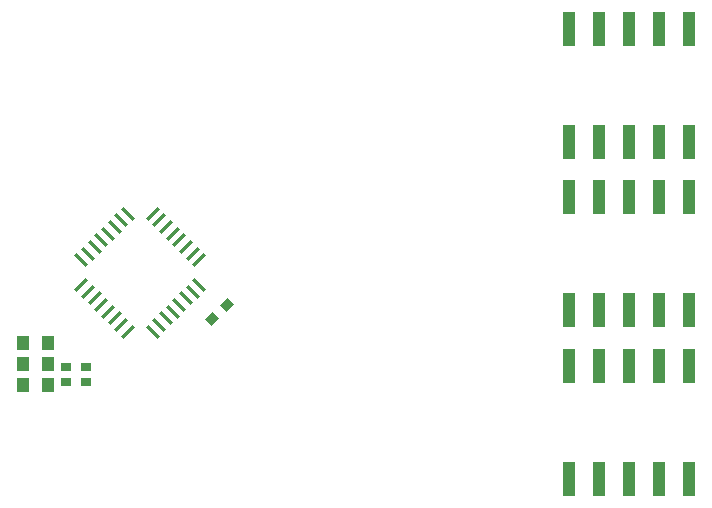
<source format=gbr>
%TF.GenerationSoftware,Altium Limited,Altium Designer,21.6.4 (81)*%
G04 Layer_Color=8421504*
%FSLAX43Y43*%
%MOMM*%
%TF.SameCoordinates,EF7AACBD-433E-4B6D-8733-A8E214C0EB56*%
%TF.FilePolarity,Positive*%
%TF.FileFunction,Paste,Top*%
%TF.Part,Single*%
G01*
G75*
%TA.AperFunction,SMDPad,CuDef*%
%ADD11R,0.900X0.800*%
%ADD12R,1.100X1.200*%
G04:AMPARAMS|DCode=13|XSize=0.9mm|YSize=0.8mm|CornerRadius=0mm|HoleSize=0mm|Usage=FLASHONLY|Rotation=45.000|XOffset=0mm|YOffset=0mm|HoleType=Round|Shape=Rectangle|*
%AMROTATEDRECTD13*
4,1,4,-0.035,-0.601,-0.601,-0.035,0.035,0.601,0.601,0.035,-0.035,-0.601,0.0*
%
%ADD13ROTATEDRECTD13*%

%ADD14R,1.000X2.940*%
G04:AMPARAMS|DCode=15|XSize=0.304mm|YSize=1.353mm|CornerRadius=0mm|HoleSize=0mm|Usage=FLASHONLY|Rotation=45.000|XOffset=0mm|YOffset=0mm|HoleType=Round|Shape=Rectangle|*
%AMROTATEDRECTD15*
4,1,4,0.371,-0.586,-0.586,0.371,-0.371,0.586,0.586,-0.371,0.371,-0.586,0.0*
%
%ADD15ROTATEDRECTD15*%

G04:AMPARAMS|DCode=16|XSize=0.304mm|YSize=1.353mm|CornerRadius=0mm|HoleSize=0mm|Usage=FLASHONLY|Rotation=135.000|XOffset=0mm|YOffset=0mm|HoleType=Round|Shape=Rectangle|*
%AMROTATEDRECTD16*
4,1,4,0.586,0.371,-0.371,-0.586,-0.586,-0.371,0.371,0.586,0.586,0.371,0.0*
%
%ADD16ROTATEDRECTD16*%

D11*
X25273Y23774D02*
D03*
X26973D02*
D03*
Y22479D02*
D03*
X25273D02*
D03*
D12*
X21708Y24003D02*
D03*
X23808D02*
D03*
X21708Y22250D02*
D03*
X23808D02*
D03*
Y25756D02*
D03*
X21708D02*
D03*
D13*
X37702Y27822D02*
D03*
X38904Y29024D02*
D03*
D14*
X67894Y28540D02*
D03*
X70434D02*
D03*
X72974D02*
D03*
X75514D02*
D03*
X78054D02*
D03*
Y38100D02*
D03*
X75514D02*
D03*
X72974D02*
D03*
X70434D02*
D03*
X67894D02*
D03*
Y52324D02*
D03*
X70434D02*
D03*
X72974D02*
D03*
X75514D02*
D03*
X78054D02*
D03*
Y42764D02*
D03*
X75514D02*
D03*
X72974D02*
D03*
X70434D02*
D03*
X67894D02*
D03*
X67894Y23860D02*
D03*
X70434D02*
D03*
X72974D02*
D03*
X75514D02*
D03*
X78054D02*
D03*
Y14300D02*
D03*
X75514D02*
D03*
X72974D02*
D03*
X70434D02*
D03*
X67894D02*
D03*
D15*
X36597Y30685D02*
D03*
X36032Y30119D02*
D03*
X35466Y29553D02*
D03*
X34900Y28988D02*
D03*
X34335Y28422D02*
D03*
X33769Y27856D02*
D03*
X33203Y27291D02*
D03*
X32638Y26725D02*
D03*
X26598Y32765D02*
D03*
X27164Y33330D02*
D03*
X27729Y33896D02*
D03*
X28295Y34462D02*
D03*
X28861Y35027D02*
D03*
X29426Y35593D02*
D03*
X29992Y36159D02*
D03*
X30558Y36724D02*
D03*
D16*
Y26725D02*
D03*
X29992Y27291D02*
D03*
X29426Y27856D02*
D03*
X28861Y28422D02*
D03*
X28295Y28988D02*
D03*
X27729Y29553D02*
D03*
X27164Y30119D02*
D03*
X26598Y30685D02*
D03*
X32638Y36724D02*
D03*
X33203Y36159D02*
D03*
X33769Y35593D02*
D03*
X34335Y35027D02*
D03*
X34900Y34462D02*
D03*
X35466Y33896D02*
D03*
X36032Y33330D02*
D03*
X36597Y32765D02*
D03*
%TF.MD5,b1cfdd4b417c4d16955b179d588445a0*%
M02*

</source>
